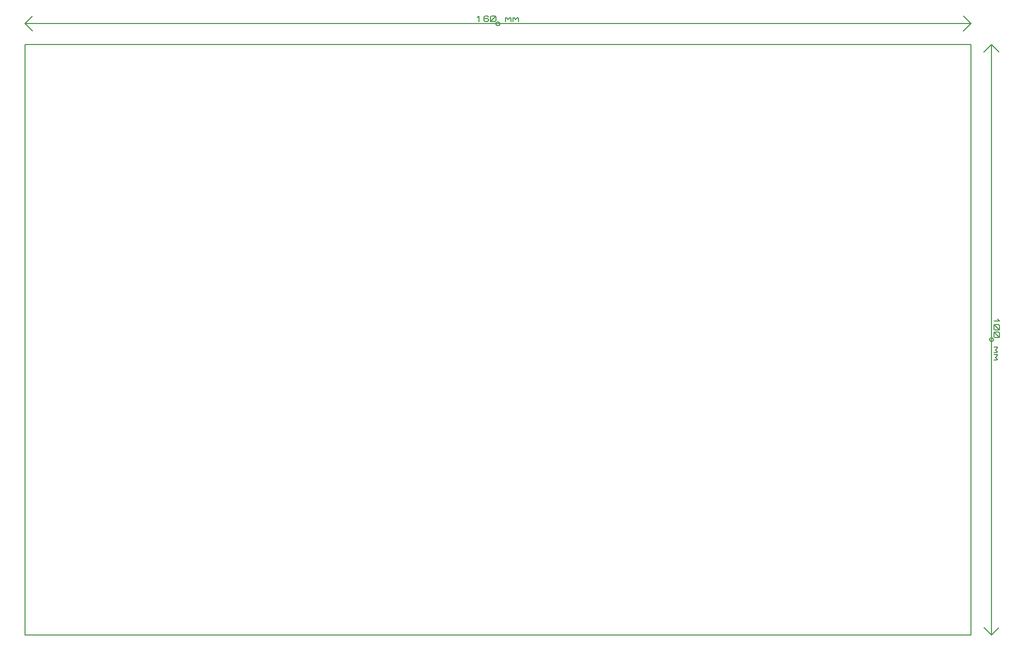
<source format=gbr>
G04 PROTEUS GERBER X2 FILE*
%TF.GenerationSoftware,Labcenter,Proteus,8.13-SP0-Build31525*%
%TF.CreationDate,2024-05-27T19:23:28+00:00*%
%TF.FileFunction,Other,Mechanical 2*%
%TF.FilePolarity,Positive*%
%TF.Part,Single*%
%TF.SameCoordinates,{9f2e17e2-6f08-49dd-ae8b-9f6cb0eb8b28}*%
%FSLAX45Y45*%
%MOMM*%
G01*
%TA.AperFunction,Profile*%
%ADD24C,0.203200*%
%TA.AperFunction,NonMaterial*%
%ADD45C,0.203200*%
%TD.AperFunction*%
D24*
X-8000000Y-5000000D02*
X+8000000Y-5000000D01*
X+8000000Y+5000000D01*
X-8000000Y+5000000D01*
X-8000000Y-5000000D01*
D45*
X-8000000Y+5350000D02*
X+8000000Y+5350000D01*
X-8000000Y+5350000D02*
X-7873000Y+5223000D01*
X-8000000Y+5350000D02*
X-7873000Y+5477000D01*
X+8000000Y+5350000D02*
X+7873000Y+5477000D01*
X+8000000Y+5350000D02*
X+7873000Y+5223000D01*
X+31750Y+5350000D02*
X+31641Y+5352634D01*
X+30751Y+5357903D01*
X+28889Y+5363172D01*
X+25846Y+5368441D01*
X+21191Y+5373643D01*
X+15922Y+5377469D01*
X+10653Y+5379909D01*
X+5384Y+5381290D01*
X+115Y+5381750D01*
X+0Y+5381750D01*
X-31750Y+5350000D02*
X-31641Y+5352634D01*
X-30751Y+5357903D01*
X-28889Y+5363172D01*
X-25846Y+5368441D01*
X-21191Y+5373643D01*
X-15922Y+5377469D01*
X-10653Y+5379909D01*
X-5384Y+5381290D01*
X-115Y+5381750D01*
X+0Y+5381750D01*
X-31750Y+5350000D02*
X-31641Y+5347366D01*
X-30751Y+5342097D01*
X-28889Y+5336828D01*
X-25846Y+5331559D01*
X-21191Y+5326357D01*
X-15922Y+5322531D01*
X-10653Y+5320091D01*
X-5384Y+5318710D01*
X-115Y+5318250D01*
X+0Y+5318250D01*
X+31750Y+5350000D02*
X+31641Y+5347366D01*
X+30751Y+5342097D01*
X+28889Y+5336828D01*
X+25846Y+5331559D01*
X+21191Y+5326357D01*
X+15922Y+5322531D01*
X+10653Y+5320091D01*
X+5384Y+5318710D01*
X+115Y+5318250D01*
X+0Y+5318250D01*
X-349250Y+5451600D02*
X-317500Y+5482080D01*
X-317500Y+5390640D01*
X-158750Y+5466840D02*
X-174625Y+5482080D01*
X-222250Y+5482080D01*
X-238125Y+5466840D01*
X-238125Y+5405880D01*
X-222250Y+5390640D01*
X-174625Y+5390640D01*
X-158750Y+5405880D01*
X-158750Y+5421120D01*
X-174625Y+5436360D01*
X-238125Y+5436360D01*
X-127000Y+5405880D02*
X-127000Y+5466840D01*
X-111125Y+5482080D01*
X-47625Y+5482080D01*
X-31750Y+5466840D01*
X-31750Y+5405880D01*
X-47625Y+5390640D01*
X-111125Y+5390640D01*
X-127000Y+5405880D01*
X-127000Y+5390640D02*
X-31750Y+5482080D01*
X+127000Y+5390640D02*
X+127000Y+5451600D01*
X+127000Y+5436360D02*
X+142875Y+5451600D01*
X+174625Y+5421120D01*
X+206375Y+5451600D01*
X+222250Y+5436360D01*
X+222250Y+5390640D01*
X+254000Y+5390640D02*
X+254000Y+5451600D01*
X+254000Y+5436360D02*
X+269875Y+5451600D01*
X+301625Y+5421120D01*
X+333375Y+5451600D01*
X+349250Y+5436360D01*
X+349250Y+5390640D01*
X+8350000Y+5000000D02*
X+8350000Y-5000000D01*
X+8350000Y+5000000D02*
X+8223000Y+4873000D01*
X+8350000Y+5000000D02*
X+8477000Y+4873000D01*
X+8350000Y-5000000D02*
X+8477000Y-4873000D01*
X+8350000Y-5000000D02*
X+8223000Y-4873000D01*
X+8381750Y+0D02*
X+8381641Y+2634D01*
X+8380751Y+7903D01*
X+8378889Y+13172D01*
X+8375846Y+18441D01*
X+8371191Y+23643D01*
X+8365922Y+27469D01*
X+8360653Y+29909D01*
X+8355384Y+31290D01*
X+8350115Y+31750D01*
X+8350000Y+31750D01*
X+8318250Y+0D02*
X+8318359Y+2634D01*
X+8319249Y+7903D01*
X+8321111Y+13172D01*
X+8324154Y+18441D01*
X+8328809Y+23643D01*
X+8334078Y+27469D01*
X+8339347Y+29909D01*
X+8344616Y+31290D01*
X+8349885Y+31750D01*
X+8350000Y+31750D01*
X+8318250Y+0D02*
X+8318359Y-2634D01*
X+8319249Y-7903D01*
X+8321111Y-13172D01*
X+8324154Y-18441D01*
X+8328809Y-23643D01*
X+8334078Y-27469D01*
X+8339347Y-29909D01*
X+8344616Y-31290D01*
X+8349885Y-31750D01*
X+8350000Y-31750D01*
X+8381750Y+0D02*
X+8381641Y-2634D01*
X+8380751Y-7903D01*
X+8378889Y-13172D01*
X+8375846Y-18441D01*
X+8371191Y-23643D01*
X+8365922Y-27469D01*
X+8360653Y-29909D01*
X+8355384Y-31290D01*
X+8350115Y-31750D01*
X+8350000Y-31750D01*
X+8451600Y+349250D02*
X+8482080Y+317500D01*
X+8390640Y+317500D01*
X+8405880Y+254000D02*
X+8466840Y+254000D01*
X+8482080Y+238125D01*
X+8482080Y+174625D01*
X+8466840Y+158750D01*
X+8405880Y+158750D01*
X+8390640Y+174625D01*
X+8390640Y+238125D01*
X+8405880Y+254000D01*
X+8390640Y+254000D02*
X+8482080Y+158750D01*
X+8405880Y+127000D02*
X+8466840Y+127000D01*
X+8482080Y+111125D01*
X+8482080Y+47625D01*
X+8466840Y+31750D01*
X+8405880Y+31750D01*
X+8390640Y+47625D01*
X+8390640Y+111125D01*
X+8405880Y+127000D01*
X+8390640Y+127000D02*
X+8482080Y+31750D01*
X+8390640Y-127000D02*
X+8451600Y-127000D01*
X+8436360Y-127000D02*
X+8451600Y-142875D01*
X+8421120Y-174625D01*
X+8451600Y-206375D01*
X+8436360Y-222250D01*
X+8390640Y-222250D01*
X+8390640Y-254000D02*
X+8451600Y-254000D01*
X+8436360Y-254000D02*
X+8451600Y-269875D01*
X+8421120Y-301625D01*
X+8451600Y-333375D01*
X+8436360Y-349250D01*
X+8390640Y-349250D01*
M02*

</source>
